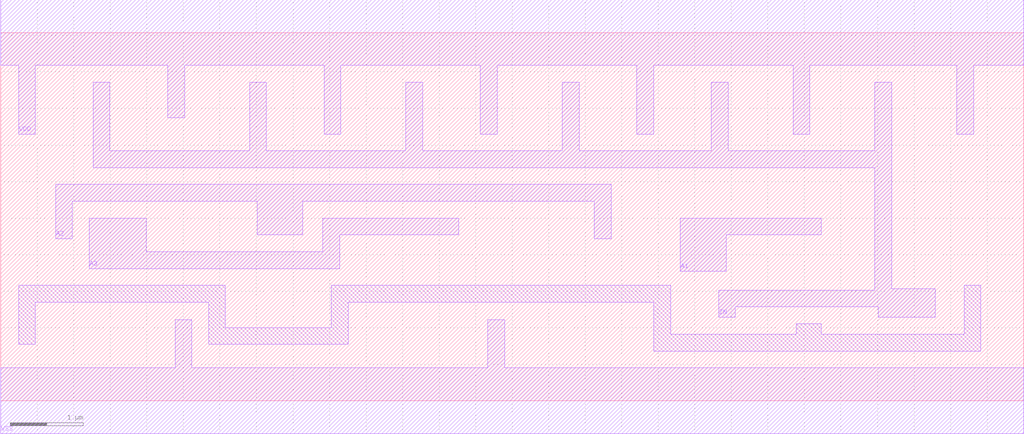
<source format=lef>
# Copyright 2022 GlobalFoundries PDK Authors
#
# Licensed under the Apache License, Version 2.0 (the "License");
# you may not use this file except in compliance with the License.
# You may obtain a copy of the License at
#
#      http://www.apache.org/licenses/LICENSE-2.0
#
# Unless required by applicable law or agreed to in writing, software
# distributed under the License is distributed on an "AS IS" BASIS,
# WITHOUT WARRANTIES OR CONDITIONS OF ANY KIND, either express or implied.
# See the License for the specific language governing permissions and
# limitations under the License.

MACRO gf180mcu_fd_sc_mcu9t5v0__nand3_4
  CLASS core ;
  FOREIGN gf180mcu_fd_sc_mcu9t5v0__nand3_4 0.0 0.0 ;
  ORIGIN 0 0 ;
  SYMMETRY X Y ;
  SITE GF018hv5v_green_sc9 ;
  SIZE 14 BY 5.04 ;
  PIN A1
    DIRECTION INPUT ;
    ANTENNAGATEAREA 6.088 ;
    PORT
      LAYER Metal1 ;
        POLYGON 9.3 1.77 9.93 1.77 9.93 2.27 11.23 2.27 11.23 2.5 9.3 2.5  ;
    END
  END A1
  PIN A2
    DIRECTION INPUT ;
    ANTENNAGATEAREA 6.088 ;
    PORT
      LAYER Metal1 ;
        POLYGON 0.75 2.215 0.98 2.215 0.98 2.73 3.51 2.73 3.51 2.27 4.13 2.27 4.13 2.73 8.125 2.73 8.125 2.215 8.355 2.215 8.355 2.96 0.75 2.96  ;
    END
  END A2
  PIN A3
    DIRECTION INPUT ;
    ANTENNAGATEAREA 6.088 ;
    PORT
      LAYER Metal1 ;
        POLYGON 1.21 1.81 4.64 1.81 4.64 2.27 6.27 2.27 6.27 2.5 4.41 2.5 4.41 2.04 1.99 2.04 1.99 2.5 1.21 2.5  ;
    END
  END A3
  PIN ZN
    DIRECTION OUTPUT ;
    ANTENNADIFFAREA 6.22 ;
    PORT
      LAYER Metal1 ;
        POLYGON 1.265 3.19 11.965 3.19 11.965 1.515 9.825 1.515 9.825 1.14 10.055 1.14 10.055 1.285 12.01 1.285 12.01 1.14 12.79 1.14 12.79 1.53 12.195 1.53 12.195 4.36 11.965 4.36 11.965 3.42 9.955 3.42 9.955 4.36 9.725 4.36 9.725 3.42 7.915 3.42 7.915 4.36 7.685 4.36 7.685 3.42 5.775 3.42 5.775 4.36 5.545 4.36 5.545 3.42 3.635 3.42 3.635 4.36 3.405 4.36 3.405 3.42 1.495 3.42 1.495 4.36 1.265 4.36  ;
    END
  END ZN
  PIN VDD
    DIRECTION INOUT ;
    USE power ;
    SHAPE ABUTMENT ;
    PORT
      LAYER Metal1 ;
        POLYGON 0 4.59 0.245 4.59 0.245 3.65 0.475 3.65 0.475 4.59 2.285 4.59 2.285 3.875 2.515 3.875 2.515 4.59 4.425 4.59 4.425 3.65 4.655 3.65 4.655 4.59 6.565 4.59 6.565 3.65 6.795 3.65 6.795 4.59 8.705 4.59 8.705 3.65 8.935 3.65 8.935 4.59 10.845 4.59 10.845 3.65 11.075 3.65 11.075 4.59 13.085 4.59 13.085 3.65 13.315 3.65 13.315 4.59 13.415 4.59 14 4.59 14 5.49 13.415 5.49 0 5.49  ;
    END
  END VDD
  PIN VSS
    DIRECTION INOUT ;
    USE ground ;
    SHAPE ABUTMENT ;
    PORT
      LAYER Metal1 ;
        POLYGON 0 -0.45 14 -0.45 14 0.45 6.895 0.45 6.895 1.11 6.665 1.11 6.665 0.45 2.615 0.45 2.615 1.11 2.385 1.11 2.385 0.45 0 0.45  ;
    END
  END VSS
  OBS
      LAYER Metal1 ;
        POLYGON 0.245 0.77 0.475 0.77 0.475 1.35 2.845 1.35 2.845 0.77 4.755 0.77 4.755 1.35 8.94 1.35 8.94 0.68 13.415 0.68 13.415 1.58 13.185 1.58 13.185 0.91 11.23 0.91 11.23 1.055 10.89 1.055 10.89 0.91 9.17 0.91 9.17 1.58 4.525 1.58 4.525 1 3.075 1 3.075 1.58 0.245 1.58  ;
  END
END gf180mcu_fd_sc_mcu9t5v0__nand3_4

</source>
